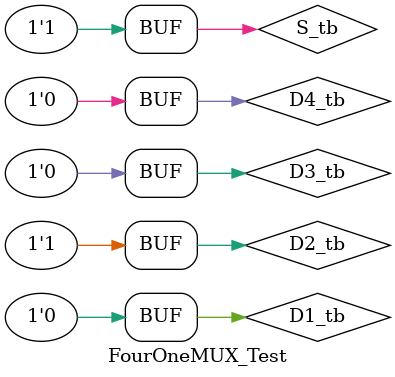
<source format=v>
`timescale 1ns / 1ps


module FourOneMUX_Test();
    reg S_tb = 0;
    reg D1_tb = 0;
    reg D2_tb = 0;
    reg D3_tb = 0;
    reg D4_tb = 0;
    wire Y_tb;
    
    FourOneMUX instant
        (
        .S(S_tb),
        .D1(D1_tb),
        .D2(D2_tb),
        .D3(D3_tb),
        .D4(D4_tb),
        .Y(Y_tb)
        );
    
    initial begin
    
    S_tb = 2'b00;
    D1_tb = 1'b0;
    D2_tb = 1'b1;
    D1_tb = 1'b0;
    D2_tb = 1'b1;
    #20;
    
    S_tb = 2'b01;
    D1_tb = 1'b0;
    D2_tb = 1'b1;
    D1_tb = 1'b0;
    D2_tb = 1'b1;
    #20;
    
    S_tb = 2'b10;
    D1_tb = 1'b0;
    D2_tb = 1'b1;
    D1_tb = 1'b0;
    D2_tb = 1'b1;
    #20;
    
    S_tb = 2'b11;
    D1_tb = 1'b0;
    D2_tb = 1'b1;
    D1_tb = 1'b0;
    D2_tb = 1'b1;
    #20;
    
    end


endmodule

</source>
